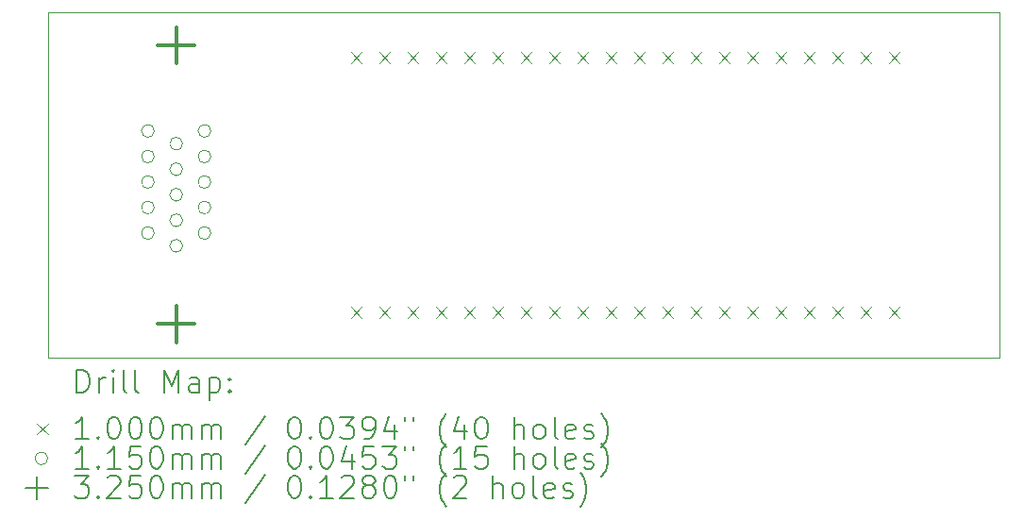
<source format=gbr>
%TF.GenerationSoftware,KiCad,Pcbnew,8.0.9-8.0.9-0~ubuntu20.04.1*%
%TF.CreationDate,2025-03-28T22:01:41+00:00*%
%TF.ProjectId,ggroohauga-amplifier,6767726f-6f68-4617-9567-612d616d706c,rev?*%
%TF.SameCoordinates,Original*%
%TF.FileFunction,Drillmap*%
%TF.FilePolarity,Positive*%
%FSLAX45Y45*%
G04 Gerber Fmt 4.5, Leading zero omitted, Abs format (unit mm)*
G04 Created by KiCad (PCBNEW 8.0.9-8.0.9-0~ubuntu20.04.1) date 2025-03-28 22:01:41*
%MOMM*%
%LPD*%
G01*
G04 APERTURE LIST*
%ADD10C,0.025400*%
%ADD11C,0.200000*%
%ADD12C,0.100000*%
%ADD13C,0.115000*%
%ADD14C,0.325000*%
G04 APERTURE END LIST*
D10*
X5387340Y-5049520D02*
X13921740Y-5049520D01*
X13921740Y-8148320D01*
X5387340Y-8148320D01*
X5387340Y-5049520D01*
D11*
D12*
X8103400Y-5411000D02*
X8203400Y-5511000D01*
X8203400Y-5411000D02*
X8103400Y-5511000D01*
X8103400Y-7697000D02*
X8203400Y-7797000D01*
X8203400Y-7697000D02*
X8103400Y-7797000D01*
X8357400Y-5411000D02*
X8457400Y-5511000D01*
X8457400Y-5411000D02*
X8357400Y-5511000D01*
X8357400Y-7697000D02*
X8457400Y-7797000D01*
X8457400Y-7697000D02*
X8357400Y-7797000D01*
X8611400Y-5411000D02*
X8711400Y-5511000D01*
X8711400Y-5411000D02*
X8611400Y-5511000D01*
X8611400Y-7697000D02*
X8711400Y-7797000D01*
X8711400Y-7697000D02*
X8611400Y-7797000D01*
X8865400Y-5411000D02*
X8965400Y-5511000D01*
X8965400Y-5411000D02*
X8865400Y-5511000D01*
X8865400Y-7697000D02*
X8965400Y-7797000D01*
X8965400Y-7697000D02*
X8865400Y-7797000D01*
X9119400Y-5411000D02*
X9219400Y-5511000D01*
X9219400Y-5411000D02*
X9119400Y-5511000D01*
X9119400Y-7697000D02*
X9219400Y-7797000D01*
X9219400Y-7697000D02*
X9119400Y-7797000D01*
X9373400Y-5411000D02*
X9473400Y-5511000D01*
X9473400Y-5411000D02*
X9373400Y-5511000D01*
X9373400Y-7697000D02*
X9473400Y-7797000D01*
X9473400Y-7697000D02*
X9373400Y-7797000D01*
X9627400Y-5411000D02*
X9727400Y-5511000D01*
X9727400Y-5411000D02*
X9627400Y-5511000D01*
X9627400Y-7697000D02*
X9727400Y-7797000D01*
X9727400Y-7697000D02*
X9627400Y-7797000D01*
X9881400Y-5411000D02*
X9981400Y-5511000D01*
X9981400Y-5411000D02*
X9881400Y-5511000D01*
X9881400Y-7697000D02*
X9981400Y-7797000D01*
X9981400Y-7697000D02*
X9881400Y-7797000D01*
X10135400Y-5411000D02*
X10235400Y-5511000D01*
X10235400Y-5411000D02*
X10135400Y-5511000D01*
X10135400Y-7697000D02*
X10235400Y-7797000D01*
X10235400Y-7697000D02*
X10135400Y-7797000D01*
X10389400Y-5411000D02*
X10489400Y-5511000D01*
X10489400Y-5411000D02*
X10389400Y-5511000D01*
X10389400Y-7697000D02*
X10489400Y-7797000D01*
X10489400Y-7697000D02*
X10389400Y-7797000D01*
X10643400Y-5411000D02*
X10743400Y-5511000D01*
X10743400Y-5411000D02*
X10643400Y-5511000D01*
X10643400Y-7697000D02*
X10743400Y-7797000D01*
X10743400Y-7697000D02*
X10643400Y-7797000D01*
X10897400Y-5411000D02*
X10997400Y-5511000D01*
X10997400Y-5411000D02*
X10897400Y-5511000D01*
X10897400Y-7697000D02*
X10997400Y-7797000D01*
X10997400Y-7697000D02*
X10897400Y-7797000D01*
X11151400Y-5411000D02*
X11251400Y-5511000D01*
X11251400Y-5411000D02*
X11151400Y-5511000D01*
X11151400Y-7697000D02*
X11251400Y-7797000D01*
X11251400Y-7697000D02*
X11151400Y-7797000D01*
X11405400Y-5411000D02*
X11505400Y-5511000D01*
X11505400Y-5411000D02*
X11405400Y-5511000D01*
X11405400Y-7697000D02*
X11505400Y-7797000D01*
X11505400Y-7697000D02*
X11405400Y-7797000D01*
X11659400Y-5411000D02*
X11759400Y-5511000D01*
X11759400Y-5411000D02*
X11659400Y-5511000D01*
X11659400Y-7697000D02*
X11759400Y-7797000D01*
X11759400Y-7697000D02*
X11659400Y-7797000D01*
X11913400Y-5411000D02*
X12013400Y-5511000D01*
X12013400Y-5411000D02*
X11913400Y-5511000D01*
X11913400Y-7697000D02*
X12013400Y-7797000D01*
X12013400Y-7697000D02*
X11913400Y-7797000D01*
X12167400Y-5411000D02*
X12267400Y-5511000D01*
X12267400Y-5411000D02*
X12167400Y-5511000D01*
X12167400Y-7697000D02*
X12267400Y-7797000D01*
X12267400Y-7697000D02*
X12167400Y-7797000D01*
X12421400Y-5411000D02*
X12521400Y-5511000D01*
X12521400Y-5411000D02*
X12421400Y-5511000D01*
X12421400Y-7697000D02*
X12521400Y-7797000D01*
X12521400Y-7697000D02*
X12421400Y-7797000D01*
X12675400Y-5411000D02*
X12775400Y-5511000D01*
X12775400Y-5411000D02*
X12675400Y-5511000D01*
X12675400Y-7697000D02*
X12775400Y-7797000D01*
X12775400Y-7697000D02*
X12675400Y-7797000D01*
X12929400Y-5411000D02*
X13029400Y-5511000D01*
X13029400Y-5411000D02*
X12929400Y-5511000D01*
X12929400Y-7697000D02*
X13029400Y-7797000D01*
X13029400Y-7697000D02*
X12929400Y-7797000D01*
D13*
X6341460Y-6115920D02*
G75*
G02*
X6226460Y-6115920I-57500J0D01*
G01*
X6226460Y-6115920D02*
G75*
G02*
X6341460Y-6115920I57500J0D01*
G01*
X6341460Y-6344920D02*
G75*
G02*
X6226460Y-6344920I-57500J0D01*
G01*
X6226460Y-6344920D02*
G75*
G02*
X6341460Y-6344920I57500J0D01*
G01*
X6341460Y-6573920D02*
G75*
G02*
X6226460Y-6573920I-57500J0D01*
G01*
X6226460Y-6573920D02*
G75*
G02*
X6341460Y-6573920I57500J0D01*
G01*
X6341460Y-6802920D02*
G75*
G02*
X6226460Y-6802920I-57500J0D01*
G01*
X6226460Y-6802920D02*
G75*
G02*
X6341460Y-6802920I57500J0D01*
G01*
X6341460Y-7031920D02*
G75*
G02*
X6226460Y-7031920I-57500J0D01*
G01*
X6226460Y-7031920D02*
G75*
G02*
X6341460Y-7031920I57500J0D01*
G01*
X6595460Y-6230420D02*
G75*
G02*
X6480460Y-6230420I-57500J0D01*
G01*
X6480460Y-6230420D02*
G75*
G02*
X6595460Y-6230420I57500J0D01*
G01*
X6595460Y-6459420D02*
G75*
G02*
X6480460Y-6459420I-57500J0D01*
G01*
X6480460Y-6459420D02*
G75*
G02*
X6595460Y-6459420I57500J0D01*
G01*
X6595460Y-6688420D02*
G75*
G02*
X6480460Y-6688420I-57500J0D01*
G01*
X6480460Y-6688420D02*
G75*
G02*
X6595460Y-6688420I57500J0D01*
G01*
X6595460Y-6917420D02*
G75*
G02*
X6480460Y-6917420I-57500J0D01*
G01*
X6480460Y-6917420D02*
G75*
G02*
X6595460Y-6917420I57500J0D01*
G01*
X6595460Y-7146420D02*
G75*
G02*
X6480460Y-7146420I-57500J0D01*
G01*
X6480460Y-7146420D02*
G75*
G02*
X6595460Y-7146420I57500J0D01*
G01*
X6849460Y-6115920D02*
G75*
G02*
X6734460Y-6115920I-57500J0D01*
G01*
X6734460Y-6115920D02*
G75*
G02*
X6849460Y-6115920I57500J0D01*
G01*
X6849460Y-6344920D02*
G75*
G02*
X6734460Y-6344920I-57500J0D01*
G01*
X6734460Y-6344920D02*
G75*
G02*
X6849460Y-6344920I57500J0D01*
G01*
X6849460Y-6573920D02*
G75*
G02*
X6734460Y-6573920I-57500J0D01*
G01*
X6734460Y-6573920D02*
G75*
G02*
X6849460Y-6573920I57500J0D01*
G01*
X6849460Y-6802920D02*
G75*
G02*
X6734460Y-6802920I-57500J0D01*
G01*
X6734460Y-6802920D02*
G75*
G02*
X6849460Y-6802920I57500J0D01*
G01*
X6849460Y-7031920D02*
G75*
G02*
X6734460Y-7031920I-57500J0D01*
G01*
X6734460Y-7031920D02*
G75*
G02*
X6849460Y-7031920I57500J0D01*
G01*
D14*
X6537960Y-5186920D02*
X6537960Y-5511920D01*
X6375460Y-5349420D02*
X6700460Y-5349420D01*
X6537960Y-7685920D02*
X6537960Y-8010920D01*
X6375460Y-7848420D02*
X6700460Y-7848420D01*
D11*
X5646847Y-8461074D02*
X5646847Y-8261074D01*
X5646847Y-8261074D02*
X5694466Y-8261074D01*
X5694466Y-8261074D02*
X5723037Y-8270598D01*
X5723037Y-8270598D02*
X5742085Y-8289645D01*
X5742085Y-8289645D02*
X5751609Y-8308693D01*
X5751609Y-8308693D02*
X5761132Y-8346788D01*
X5761132Y-8346788D02*
X5761132Y-8375359D01*
X5761132Y-8375359D02*
X5751609Y-8413455D01*
X5751609Y-8413455D02*
X5742085Y-8432502D01*
X5742085Y-8432502D02*
X5723037Y-8451550D01*
X5723037Y-8451550D02*
X5694466Y-8461074D01*
X5694466Y-8461074D02*
X5646847Y-8461074D01*
X5846847Y-8461074D02*
X5846847Y-8327740D01*
X5846847Y-8365836D02*
X5856371Y-8346788D01*
X5856371Y-8346788D02*
X5865894Y-8337264D01*
X5865894Y-8337264D02*
X5884942Y-8327740D01*
X5884942Y-8327740D02*
X5903990Y-8327740D01*
X5970656Y-8461074D02*
X5970656Y-8327740D01*
X5970656Y-8261074D02*
X5961132Y-8270598D01*
X5961132Y-8270598D02*
X5970656Y-8280121D01*
X5970656Y-8280121D02*
X5980180Y-8270598D01*
X5980180Y-8270598D02*
X5970656Y-8261074D01*
X5970656Y-8261074D02*
X5970656Y-8280121D01*
X6094466Y-8461074D02*
X6075418Y-8451550D01*
X6075418Y-8451550D02*
X6065894Y-8432502D01*
X6065894Y-8432502D02*
X6065894Y-8261074D01*
X6199228Y-8461074D02*
X6180180Y-8451550D01*
X6180180Y-8451550D02*
X6170656Y-8432502D01*
X6170656Y-8432502D02*
X6170656Y-8261074D01*
X6427799Y-8461074D02*
X6427799Y-8261074D01*
X6427799Y-8261074D02*
X6494466Y-8403931D01*
X6494466Y-8403931D02*
X6561132Y-8261074D01*
X6561132Y-8261074D02*
X6561132Y-8461074D01*
X6742085Y-8461074D02*
X6742085Y-8356312D01*
X6742085Y-8356312D02*
X6732561Y-8337264D01*
X6732561Y-8337264D02*
X6713513Y-8327740D01*
X6713513Y-8327740D02*
X6675418Y-8327740D01*
X6675418Y-8327740D02*
X6656371Y-8337264D01*
X6742085Y-8451550D02*
X6723037Y-8461074D01*
X6723037Y-8461074D02*
X6675418Y-8461074D01*
X6675418Y-8461074D02*
X6656371Y-8451550D01*
X6656371Y-8451550D02*
X6646847Y-8432502D01*
X6646847Y-8432502D02*
X6646847Y-8413455D01*
X6646847Y-8413455D02*
X6656371Y-8394407D01*
X6656371Y-8394407D02*
X6675418Y-8384883D01*
X6675418Y-8384883D02*
X6723037Y-8384883D01*
X6723037Y-8384883D02*
X6742085Y-8375359D01*
X6837323Y-8327740D02*
X6837323Y-8527740D01*
X6837323Y-8337264D02*
X6856371Y-8327740D01*
X6856371Y-8327740D02*
X6894466Y-8327740D01*
X6894466Y-8327740D02*
X6913513Y-8337264D01*
X6913513Y-8337264D02*
X6923037Y-8346788D01*
X6923037Y-8346788D02*
X6932561Y-8365836D01*
X6932561Y-8365836D02*
X6932561Y-8422979D01*
X6932561Y-8422979D02*
X6923037Y-8442026D01*
X6923037Y-8442026D02*
X6913513Y-8451550D01*
X6913513Y-8451550D02*
X6894466Y-8461074D01*
X6894466Y-8461074D02*
X6856371Y-8461074D01*
X6856371Y-8461074D02*
X6837323Y-8451550D01*
X7018275Y-8442026D02*
X7027799Y-8451550D01*
X7027799Y-8451550D02*
X7018275Y-8461074D01*
X7018275Y-8461074D02*
X7008752Y-8451550D01*
X7008752Y-8451550D02*
X7018275Y-8442026D01*
X7018275Y-8442026D02*
X7018275Y-8461074D01*
X7018275Y-8337264D02*
X7027799Y-8346788D01*
X7027799Y-8346788D02*
X7018275Y-8356312D01*
X7018275Y-8356312D02*
X7008752Y-8346788D01*
X7008752Y-8346788D02*
X7018275Y-8337264D01*
X7018275Y-8337264D02*
X7018275Y-8356312D01*
D12*
X5286070Y-8739590D02*
X5386070Y-8839590D01*
X5386070Y-8739590D02*
X5286070Y-8839590D01*
D11*
X5751609Y-8881074D02*
X5637323Y-8881074D01*
X5694466Y-8881074D02*
X5694466Y-8681074D01*
X5694466Y-8681074D02*
X5675418Y-8709645D01*
X5675418Y-8709645D02*
X5656371Y-8728693D01*
X5656371Y-8728693D02*
X5637323Y-8738217D01*
X5837323Y-8862026D02*
X5846847Y-8871550D01*
X5846847Y-8871550D02*
X5837323Y-8881074D01*
X5837323Y-8881074D02*
X5827799Y-8871550D01*
X5827799Y-8871550D02*
X5837323Y-8862026D01*
X5837323Y-8862026D02*
X5837323Y-8881074D01*
X5970656Y-8681074D02*
X5989704Y-8681074D01*
X5989704Y-8681074D02*
X6008752Y-8690598D01*
X6008752Y-8690598D02*
X6018275Y-8700121D01*
X6018275Y-8700121D02*
X6027799Y-8719169D01*
X6027799Y-8719169D02*
X6037323Y-8757264D01*
X6037323Y-8757264D02*
X6037323Y-8804883D01*
X6037323Y-8804883D02*
X6027799Y-8842979D01*
X6027799Y-8842979D02*
X6018275Y-8862026D01*
X6018275Y-8862026D02*
X6008752Y-8871550D01*
X6008752Y-8871550D02*
X5989704Y-8881074D01*
X5989704Y-8881074D02*
X5970656Y-8881074D01*
X5970656Y-8881074D02*
X5951609Y-8871550D01*
X5951609Y-8871550D02*
X5942085Y-8862026D01*
X5942085Y-8862026D02*
X5932561Y-8842979D01*
X5932561Y-8842979D02*
X5923037Y-8804883D01*
X5923037Y-8804883D02*
X5923037Y-8757264D01*
X5923037Y-8757264D02*
X5932561Y-8719169D01*
X5932561Y-8719169D02*
X5942085Y-8700121D01*
X5942085Y-8700121D02*
X5951609Y-8690598D01*
X5951609Y-8690598D02*
X5970656Y-8681074D01*
X6161132Y-8681074D02*
X6180180Y-8681074D01*
X6180180Y-8681074D02*
X6199228Y-8690598D01*
X6199228Y-8690598D02*
X6208752Y-8700121D01*
X6208752Y-8700121D02*
X6218275Y-8719169D01*
X6218275Y-8719169D02*
X6227799Y-8757264D01*
X6227799Y-8757264D02*
X6227799Y-8804883D01*
X6227799Y-8804883D02*
X6218275Y-8842979D01*
X6218275Y-8842979D02*
X6208752Y-8862026D01*
X6208752Y-8862026D02*
X6199228Y-8871550D01*
X6199228Y-8871550D02*
X6180180Y-8881074D01*
X6180180Y-8881074D02*
X6161132Y-8881074D01*
X6161132Y-8881074D02*
X6142085Y-8871550D01*
X6142085Y-8871550D02*
X6132561Y-8862026D01*
X6132561Y-8862026D02*
X6123037Y-8842979D01*
X6123037Y-8842979D02*
X6113513Y-8804883D01*
X6113513Y-8804883D02*
X6113513Y-8757264D01*
X6113513Y-8757264D02*
X6123037Y-8719169D01*
X6123037Y-8719169D02*
X6132561Y-8700121D01*
X6132561Y-8700121D02*
X6142085Y-8690598D01*
X6142085Y-8690598D02*
X6161132Y-8681074D01*
X6351609Y-8681074D02*
X6370656Y-8681074D01*
X6370656Y-8681074D02*
X6389704Y-8690598D01*
X6389704Y-8690598D02*
X6399228Y-8700121D01*
X6399228Y-8700121D02*
X6408752Y-8719169D01*
X6408752Y-8719169D02*
X6418275Y-8757264D01*
X6418275Y-8757264D02*
X6418275Y-8804883D01*
X6418275Y-8804883D02*
X6408752Y-8842979D01*
X6408752Y-8842979D02*
X6399228Y-8862026D01*
X6399228Y-8862026D02*
X6389704Y-8871550D01*
X6389704Y-8871550D02*
X6370656Y-8881074D01*
X6370656Y-8881074D02*
X6351609Y-8881074D01*
X6351609Y-8881074D02*
X6332561Y-8871550D01*
X6332561Y-8871550D02*
X6323037Y-8862026D01*
X6323037Y-8862026D02*
X6313513Y-8842979D01*
X6313513Y-8842979D02*
X6303990Y-8804883D01*
X6303990Y-8804883D02*
X6303990Y-8757264D01*
X6303990Y-8757264D02*
X6313513Y-8719169D01*
X6313513Y-8719169D02*
X6323037Y-8700121D01*
X6323037Y-8700121D02*
X6332561Y-8690598D01*
X6332561Y-8690598D02*
X6351609Y-8681074D01*
X6503990Y-8881074D02*
X6503990Y-8747740D01*
X6503990Y-8766788D02*
X6513513Y-8757264D01*
X6513513Y-8757264D02*
X6532561Y-8747740D01*
X6532561Y-8747740D02*
X6561133Y-8747740D01*
X6561133Y-8747740D02*
X6580180Y-8757264D01*
X6580180Y-8757264D02*
X6589704Y-8776312D01*
X6589704Y-8776312D02*
X6589704Y-8881074D01*
X6589704Y-8776312D02*
X6599228Y-8757264D01*
X6599228Y-8757264D02*
X6618275Y-8747740D01*
X6618275Y-8747740D02*
X6646847Y-8747740D01*
X6646847Y-8747740D02*
X6665894Y-8757264D01*
X6665894Y-8757264D02*
X6675418Y-8776312D01*
X6675418Y-8776312D02*
X6675418Y-8881074D01*
X6770656Y-8881074D02*
X6770656Y-8747740D01*
X6770656Y-8766788D02*
X6780180Y-8757264D01*
X6780180Y-8757264D02*
X6799228Y-8747740D01*
X6799228Y-8747740D02*
X6827799Y-8747740D01*
X6827799Y-8747740D02*
X6846847Y-8757264D01*
X6846847Y-8757264D02*
X6856371Y-8776312D01*
X6856371Y-8776312D02*
X6856371Y-8881074D01*
X6856371Y-8776312D02*
X6865894Y-8757264D01*
X6865894Y-8757264D02*
X6884942Y-8747740D01*
X6884942Y-8747740D02*
X6913513Y-8747740D01*
X6913513Y-8747740D02*
X6932561Y-8757264D01*
X6932561Y-8757264D02*
X6942085Y-8776312D01*
X6942085Y-8776312D02*
X6942085Y-8881074D01*
X7332561Y-8671550D02*
X7161133Y-8928693D01*
X7589704Y-8681074D02*
X7608752Y-8681074D01*
X7608752Y-8681074D02*
X7627799Y-8690598D01*
X7627799Y-8690598D02*
X7637323Y-8700121D01*
X7637323Y-8700121D02*
X7646847Y-8719169D01*
X7646847Y-8719169D02*
X7656371Y-8757264D01*
X7656371Y-8757264D02*
X7656371Y-8804883D01*
X7656371Y-8804883D02*
X7646847Y-8842979D01*
X7646847Y-8842979D02*
X7637323Y-8862026D01*
X7637323Y-8862026D02*
X7627799Y-8871550D01*
X7627799Y-8871550D02*
X7608752Y-8881074D01*
X7608752Y-8881074D02*
X7589704Y-8881074D01*
X7589704Y-8881074D02*
X7570656Y-8871550D01*
X7570656Y-8871550D02*
X7561133Y-8862026D01*
X7561133Y-8862026D02*
X7551609Y-8842979D01*
X7551609Y-8842979D02*
X7542085Y-8804883D01*
X7542085Y-8804883D02*
X7542085Y-8757264D01*
X7542085Y-8757264D02*
X7551609Y-8719169D01*
X7551609Y-8719169D02*
X7561133Y-8700121D01*
X7561133Y-8700121D02*
X7570656Y-8690598D01*
X7570656Y-8690598D02*
X7589704Y-8681074D01*
X7742085Y-8862026D02*
X7751609Y-8871550D01*
X7751609Y-8871550D02*
X7742085Y-8881074D01*
X7742085Y-8881074D02*
X7732561Y-8871550D01*
X7732561Y-8871550D02*
X7742085Y-8862026D01*
X7742085Y-8862026D02*
X7742085Y-8881074D01*
X7875418Y-8681074D02*
X7894466Y-8681074D01*
X7894466Y-8681074D02*
X7913514Y-8690598D01*
X7913514Y-8690598D02*
X7923037Y-8700121D01*
X7923037Y-8700121D02*
X7932561Y-8719169D01*
X7932561Y-8719169D02*
X7942085Y-8757264D01*
X7942085Y-8757264D02*
X7942085Y-8804883D01*
X7942085Y-8804883D02*
X7932561Y-8842979D01*
X7932561Y-8842979D02*
X7923037Y-8862026D01*
X7923037Y-8862026D02*
X7913514Y-8871550D01*
X7913514Y-8871550D02*
X7894466Y-8881074D01*
X7894466Y-8881074D02*
X7875418Y-8881074D01*
X7875418Y-8881074D02*
X7856371Y-8871550D01*
X7856371Y-8871550D02*
X7846847Y-8862026D01*
X7846847Y-8862026D02*
X7837323Y-8842979D01*
X7837323Y-8842979D02*
X7827799Y-8804883D01*
X7827799Y-8804883D02*
X7827799Y-8757264D01*
X7827799Y-8757264D02*
X7837323Y-8719169D01*
X7837323Y-8719169D02*
X7846847Y-8700121D01*
X7846847Y-8700121D02*
X7856371Y-8690598D01*
X7856371Y-8690598D02*
X7875418Y-8681074D01*
X8008752Y-8681074D02*
X8132561Y-8681074D01*
X8132561Y-8681074D02*
X8065895Y-8757264D01*
X8065895Y-8757264D02*
X8094466Y-8757264D01*
X8094466Y-8757264D02*
X8113514Y-8766788D01*
X8113514Y-8766788D02*
X8123037Y-8776312D01*
X8123037Y-8776312D02*
X8132561Y-8795360D01*
X8132561Y-8795360D02*
X8132561Y-8842979D01*
X8132561Y-8842979D02*
X8123037Y-8862026D01*
X8123037Y-8862026D02*
X8113514Y-8871550D01*
X8113514Y-8871550D02*
X8094466Y-8881074D01*
X8094466Y-8881074D02*
X8037323Y-8881074D01*
X8037323Y-8881074D02*
X8018276Y-8871550D01*
X8018276Y-8871550D02*
X8008752Y-8862026D01*
X8227799Y-8881074D02*
X8265895Y-8881074D01*
X8265895Y-8881074D02*
X8284942Y-8871550D01*
X8284942Y-8871550D02*
X8294466Y-8862026D01*
X8294466Y-8862026D02*
X8313514Y-8833455D01*
X8313514Y-8833455D02*
X8323037Y-8795360D01*
X8323037Y-8795360D02*
X8323037Y-8719169D01*
X8323037Y-8719169D02*
X8313514Y-8700121D01*
X8313514Y-8700121D02*
X8303990Y-8690598D01*
X8303990Y-8690598D02*
X8284942Y-8681074D01*
X8284942Y-8681074D02*
X8246847Y-8681074D01*
X8246847Y-8681074D02*
X8227799Y-8690598D01*
X8227799Y-8690598D02*
X8218276Y-8700121D01*
X8218276Y-8700121D02*
X8208752Y-8719169D01*
X8208752Y-8719169D02*
X8208752Y-8766788D01*
X8208752Y-8766788D02*
X8218276Y-8785836D01*
X8218276Y-8785836D02*
X8227799Y-8795360D01*
X8227799Y-8795360D02*
X8246847Y-8804883D01*
X8246847Y-8804883D02*
X8284942Y-8804883D01*
X8284942Y-8804883D02*
X8303990Y-8795360D01*
X8303990Y-8795360D02*
X8313514Y-8785836D01*
X8313514Y-8785836D02*
X8323037Y-8766788D01*
X8494466Y-8747740D02*
X8494466Y-8881074D01*
X8446847Y-8671550D02*
X8399228Y-8814407D01*
X8399228Y-8814407D02*
X8523038Y-8814407D01*
X8589704Y-8681074D02*
X8589704Y-8719169D01*
X8665895Y-8681074D02*
X8665895Y-8719169D01*
X8961133Y-8957264D02*
X8951609Y-8947740D01*
X8951609Y-8947740D02*
X8932561Y-8919169D01*
X8932561Y-8919169D02*
X8923038Y-8900121D01*
X8923038Y-8900121D02*
X8913514Y-8871550D01*
X8913514Y-8871550D02*
X8903990Y-8823931D01*
X8903990Y-8823931D02*
X8903990Y-8785836D01*
X8903990Y-8785836D02*
X8913514Y-8738217D01*
X8913514Y-8738217D02*
X8923038Y-8709645D01*
X8923038Y-8709645D02*
X8932561Y-8690598D01*
X8932561Y-8690598D02*
X8951609Y-8662026D01*
X8951609Y-8662026D02*
X8961133Y-8652502D01*
X9123038Y-8747740D02*
X9123038Y-8881074D01*
X9075419Y-8671550D02*
X9027800Y-8814407D01*
X9027800Y-8814407D02*
X9151609Y-8814407D01*
X9265895Y-8681074D02*
X9284942Y-8681074D01*
X9284942Y-8681074D02*
X9303990Y-8690598D01*
X9303990Y-8690598D02*
X9313514Y-8700121D01*
X9313514Y-8700121D02*
X9323038Y-8719169D01*
X9323038Y-8719169D02*
X9332561Y-8757264D01*
X9332561Y-8757264D02*
X9332561Y-8804883D01*
X9332561Y-8804883D02*
X9323038Y-8842979D01*
X9323038Y-8842979D02*
X9313514Y-8862026D01*
X9313514Y-8862026D02*
X9303990Y-8871550D01*
X9303990Y-8871550D02*
X9284942Y-8881074D01*
X9284942Y-8881074D02*
X9265895Y-8881074D01*
X9265895Y-8881074D02*
X9246847Y-8871550D01*
X9246847Y-8871550D02*
X9237323Y-8862026D01*
X9237323Y-8862026D02*
X9227800Y-8842979D01*
X9227800Y-8842979D02*
X9218276Y-8804883D01*
X9218276Y-8804883D02*
X9218276Y-8757264D01*
X9218276Y-8757264D02*
X9227800Y-8719169D01*
X9227800Y-8719169D02*
X9237323Y-8700121D01*
X9237323Y-8700121D02*
X9246847Y-8690598D01*
X9246847Y-8690598D02*
X9265895Y-8681074D01*
X9570657Y-8881074D02*
X9570657Y-8681074D01*
X9656371Y-8881074D02*
X9656371Y-8776312D01*
X9656371Y-8776312D02*
X9646847Y-8757264D01*
X9646847Y-8757264D02*
X9627800Y-8747740D01*
X9627800Y-8747740D02*
X9599228Y-8747740D01*
X9599228Y-8747740D02*
X9580181Y-8757264D01*
X9580181Y-8757264D02*
X9570657Y-8766788D01*
X9780181Y-8881074D02*
X9761133Y-8871550D01*
X9761133Y-8871550D02*
X9751609Y-8862026D01*
X9751609Y-8862026D02*
X9742085Y-8842979D01*
X9742085Y-8842979D02*
X9742085Y-8785836D01*
X9742085Y-8785836D02*
X9751609Y-8766788D01*
X9751609Y-8766788D02*
X9761133Y-8757264D01*
X9761133Y-8757264D02*
X9780181Y-8747740D01*
X9780181Y-8747740D02*
X9808752Y-8747740D01*
X9808752Y-8747740D02*
X9827800Y-8757264D01*
X9827800Y-8757264D02*
X9837323Y-8766788D01*
X9837323Y-8766788D02*
X9846847Y-8785836D01*
X9846847Y-8785836D02*
X9846847Y-8842979D01*
X9846847Y-8842979D02*
X9837323Y-8862026D01*
X9837323Y-8862026D02*
X9827800Y-8871550D01*
X9827800Y-8871550D02*
X9808752Y-8881074D01*
X9808752Y-8881074D02*
X9780181Y-8881074D01*
X9961133Y-8881074D02*
X9942085Y-8871550D01*
X9942085Y-8871550D02*
X9932562Y-8852502D01*
X9932562Y-8852502D02*
X9932562Y-8681074D01*
X10113514Y-8871550D02*
X10094466Y-8881074D01*
X10094466Y-8881074D02*
X10056371Y-8881074D01*
X10056371Y-8881074D02*
X10037323Y-8871550D01*
X10037323Y-8871550D02*
X10027800Y-8852502D01*
X10027800Y-8852502D02*
X10027800Y-8776312D01*
X10027800Y-8776312D02*
X10037323Y-8757264D01*
X10037323Y-8757264D02*
X10056371Y-8747740D01*
X10056371Y-8747740D02*
X10094466Y-8747740D01*
X10094466Y-8747740D02*
X10113514Y-8757264D01*
X10113514Y-8757264D02*
X10123038Y-8776312D01*
X10123038Y-8776312D02*
X10123038Y-8795360D01*
X10123038Y-8795360D02*
X10027800Y-8814407D01*
X10199228Y-8871550D02*
X10218276Y-8881074D01*
X10218276Y-8881074D02*
X10256371Y-8881074D01*
X10256371Y-8881074D02*
X10275419Y-8871550D01*
X10275419Y-8871550D02*
X10284943Y-8852502D01*
X10284943Y-8852502D02*
X10284943Y-8842979D01*
X10284943Y-8842979D02*
X10275419Y-8823931D01*
X10275419Y-8823931D02*
X10256371Y-8814407D01*
X10256371Y-8814407D02*
X10227800Y-8814407D01*
X10227800Y-8814407D02*
X10208752Y-8804883D01*
X10208752Y-8804883D02*
X10199228Y-8785836D01*
X10199228Y-8785836D02*
X10199228Y-8776312D01*
X10199228Y-8776312D02*
X10208752Y-8757264D01*
X10208752Y-8757264D02*
X10227800Y-8747740D01*
X10227800Y-8747740D02*
X10256371Y-8747740D01*
X10256371Y-8747740D02*
X10275419Y-8757264D01*
X10351609Y-8957264D02*
X10361133Y-8947740D01*
X10361133Y-8947740D02*
X10380181Y-8919169D01*
X10380181Y-8919169D02*
X10389704Y-8900121D01*
X10389704Y-8900121D02*
X10399228Y-8871550D01*
X10399228Y-8871550D02*
X10408752Y-8823931D01*
X10408752Y-8823931D02*
X10408752Y-8785836D01*
X10408752Y-8785836D02*
X10399228Y-8738217D01*
X10399228Y-8738217D02*
X10389704Y-8709645D01*
X10389704Y-8709645D02*
X10380181Y-8690598D01*
X10380181Y-8690598D02*
X10361133Y-8662026D01*
X10361133Y-8662026D02*
X10351609Y-8652502D01*
D13*
X5386070Y-9053590D02*
G75*
G02*
X5271070Y-9053590I-57500J0D01*
G01*
X5271070Y-9053590D02*
G75*
G02*
X5386070Y-9053590I57500J0D01*
G01*
D11*
X5751609Y-9145074D02*
X5637323Y-9145074D01*
X5694466Y-9145074D02*
X5694466Y-8945074D01*
X5694466Y-8945074D02*
X5675418Y-8973645D01*
X5675418Y-8973645D02*
X5656371Y-8992693D01*
X5656371Y-8992693D02*
X5637323Y-9002217D01*
X5837323Y-9126026D02*
X5846847Y-9135550D01*
X5846847Y-9135550D02*
X5837323Y-9145074D01*
X5837323Y-9145074D02*
X5827799Y-9135550D01*
X5827799Y-9135550D02*
X5837323Y-9126026D01*
X5837323Y-9126026D02*
X5837323Y-9145074D01*
X6037323Y-9145074D02*
X5923037Y-9145074D01*
X5980180Y-9145074D02*
X5980180Y-8945074D01*
X5980180Y-8945074D02*
X5961132Y-8973645D01*
X5961132Y-8973645D02*
X5942085Y-8992693D01*
X5942085Y-8992693D02*
X5923037Y-9002217D01*
X6218275Y-8945074D02*
X6123037Y-8945074D01*
X6123037Y-8945074D02*
X6113513Y-9040312D01*
X6113513Y-9040312D02*
X6123037Y-9030788D01*
X6123037Y-9030788D02*
X6142085Y-9021264D01*
X6142085Y-9021264D02*
X6189704Y-9021264D01*
X6189704Y-9021264D02*
X6208752Y-9030788D01*
X6208752Y-9030788D02*
X6218275Y-9040312D01*
X6218275Y-9040312D02*
X6227799Y-9059360D01*
X6227799Y-9059360D02*
X6227799Y-9106979D01*
X6227799Y-9106979D02*
X6218275Y-9126026D01*
X6218275Y-9126026D02*
X6208752Y-9135550D01*
X6208752Y-9135550D02*
X6189704Y-9145074D01*
X6189704Y-9145074D02*
X6142085Y-9145074D01*
X6142085Y-9145074D02*
X6123037Y-9135550D01*
X6123037Y-9135550D02*
X6113513Y-9126026D01*
X6351609Y-8945074D02*
X6370656Y-8945074D01*
X6370656Y-8945074D02*
X6389704Y-8954598D01*
X6389704Y-8954598D02*
X6399228Y-8964121D01*
X6399228Y-8964121D02*
X6408752Y-8983169D01*
X6408752Y-8983169D02*
X6418275Y-9021264D01*
X6418275Y-9021264D02*
X6418275Y-9068883D01*
X6418275Y-9068883D02*
X6408752Y-9106979D01*
X6408752Y-9106979D02*
X6399228Y-9126026D01*
X6399228Y-9126026D02*
X6389704Y-9135550D01*
X6389704Y-9135550D02*
X6370656Y-9145074D01*
X6370656Y-9145074D02*
X6351609Y-9145074D01*
X6351609Y-9145074D02*
X6332561Y-9135550D01*
X6332561Y-9135550D02*
X6323037Y-9126026D01*
X6323037Y-9126026D02*
X6313513Y-9106979D01*
X6313513Y-9106979D02*
X6303990Y-9068883D01*
X6303990Y-9068883D02*
X6303990Y-9021264D01*
X6303990Y-9021264D02*
X6313513Y-8983169D01*
X6313513Y-8983169D02*
X6323037Y-8964121D01*
X6323037Y-8964121D02*
X6332561Y-8954598D01*
X6332561Y-8954598D02*
X6351609Y-8945074D01*
X6503990Y-9145074D02*
X6503990Y-9011740D01*
X6503990Y-9030788D02*
X6513513Y-9021264D01*
X6513513Y-9021264D02*
X6532561Y-9011740D01*
X6532561Y-9011740D02*
X6561133Y-9011740D01*
X6561133Y-9011740D02*
X6580180Y-9021264D01*
X6580180Y-9021264D02*
X6589704Y-9040312D01*
X6589704Y-9040312D02*
X6589704Y-9145074D01*
X6589704Y-9040312D02*
X6599228Y-9021264D01*
X6599228Y-9021264D02*
X6618275Y-9011740D01*
X6618275Y-9011740D02*
X6646847Y-9011740D01*
X6646847Y-9011740D02*
X6665894Y-9021264D01*
X6665894Y-9021264D02*
X6675418Y-9040312D01*
X6675418Y-9040312D02*
X6675418Y-9145074D01*
X6770656Y-9145074D02*
X6770656Y-9011740D01*
X6770656Y-9030788D02*
X6780180Y-9021264D01*
X6780180Y-9021264D02*
X6799228Y-9011740D01*
X6799228Y-9011740D02*
X6827799Y-9011740D01*
X6827799Y-9011740D02*
X6846847Y-9021264D01*
X6846847Y-9021264D02*
X6856371Y-9040312D01*
X6856371Y-9040312D02*
X6856371Y-9145074D01*
X6856371Y-9040312D02*
X6865894Y-9021264D01*
X6865894Y-9021264D02*
X6884942Y-9011740D01*
X6884942Y-9011740D02*
X6913513Y-9011740D01*
X6913513Y-9011740D02*
X6932561Y-9021264D01*
X6932561Y-9021264D02*
X6942085Y-9040312D01*
X6942085Y-9040312D02*
X6942085Y-9145074D01*
X7332561Y-8935550D02*
X7161133Y-9192693D01*
X7589704Y-8945074D02*
X7608752Y-8945074D01*
X7608752Y-8945074D02*
X7627799Y-8954598D01*
X7627799Y-8954598D02*
X7637323Y-8964121D01*
X7637323Y-8964121D02*
X7646847Y-8983169D01*
X7646847Y-8983169D02*
X7656371Y-9021264D01*
X7656371Y-9021264D02*
X7656371Y-9068883D01*
X7656371Y-9068883D02*
X7646847Y-9106979D01*
X7646847Y-9106979D02*
X7637323Y-9126026D01*
X7637323Y-9126026D02*
X7627799Y-9135550D01*
X7627799Y-9135550D02*
X7608752Y-9145074D01*
X7608752Y-9145074D02*
X7589704Y-9145074D01*
X7589704Y-9145074D02*
X7570656Y-9135550D01*
X7570656Y-9135550D02*
X7561133Y-9126026D01*
X7561133Y-9126026D02*
X7551609Y-9106979D01*
X7551609Y-9106979D02*
X7542085Y-9068883D01*
X7542085Y-9068883D02*
X7542085Y-9021264D01*
X7542085Y-9021264D02*
X7551609Y-8983169D01*
X7551609Y-8983169D02*
X7561133Y-8964121D01*
X7561133Y-8964121D02*
X7570656Y-8954598D01*
X7570656Y-8954598D02*
X7589704Y-8945074D01*
X7742085Y-9126026D02*
X7751609Y-9135550D01*
X7751609Y-9135550D02*
X7742085Y-9145074D01*
X7742085Y-9145074D02*
X7732561Y-9135550D01*
X7732561Y-9135550D02*
X7742085Y-9126026D01*
X7742085Y-9126026D02*
X7742085Y-9145074D01*
X7875418Y-8945074D02*
X7894466Y-8945074D01*
X7894466Y-8945074D02*
X7913514Y-8954598D01*
X7913514Y-8954598D02*
X7923037Y-8964121D01*
X7923037Y-8964121D02*
X7932561Y-8983169D01*
X7932561Y-8983169D02*
X7942085Y-9021264D01*
X7942085Y-9021264D02*
X7942085Y-9068883D01*
X7942085Y-9068883D02*
X7932561Y-9106979D01*
X7932561Y-9106979D02*
X7923037Y-9126026D01*
X7923037Y-9126026D02*
X7913514Y-9135550D01*
X7913514Y-9135550D02*
X7894466Y-9145074D01*
X7894466Y-9145074D02*
X7875418Y-9145074D01*
X7875418Y-9145074D02*
X7856371Y-9135550D01*
X7856371Y-9135550D02*
X7846847Y-9126026D01*
X7846847Y-9126026D02*
X7837323Y-9106979D01*
X7837323Y-9106979D02*
X7827799Y-9068883D01*
X7827799Y-9068883D02*
X7827799Y-9021264D01*
X7827799Y-9021264D02*
X7837323Y-8983169D01*
X7837323Y-8983169D02*
X7846847Y-8964121D01*
X7846847Y-8964121D02*
X7856371Y-8954598D01*
X7856371Y-8954598D02*
X7875418Y-8945074D01*
X8113514Y-9011740D02*
X8113514Y-9145074D01*
X8065895Y-8935550D02*
X8018276Y-9078407D01*
X8018276Y-9078407D02*
X8142085Y-9078407D01*
X8313514Y-8945074D02*
X8218276Y-8945074D01*
X8218276Y-8945074D02*
X8208752Y-9040312D01*
X8208752Y-9040312D02*
X8218276Y-9030788D01*
X8218276Y-9030788D02*
X8237323Y-9021264D01*
X8237323Y-9021264D02*
X8284942Y-9021264D01*
X8284942Y-9021264D02*
X8303990Y-9030788D01*
X8303990Y-9030788D02*
X8313514Y-9040312D01*
X8313514Y-9040312D02*
X8323037Y-9059360D01*
X8323037Y-9059360D02*
X8323037Y-9106979D01*
X8323037Y-9106979D02*
X8313514Y-9126026D01*
X8313514Y-9126026D02*
X8303990Y-9135550D01*
X8303990Y-9135550D02*
X8284942Y-9145074D01*
X8284942Y-9145074D02*
X8237323Y-9145074D01*
X8237323Y-9145074D02*
X8218276Y-9135550D01*
X8218276Y-9135550D02*
X8208752Y-9126026D01*
X8389704Y-8945074D02*
X8513514Y-8945074D01*
X8513514Y-8945074D02*
X8446847Y-9021264D01*
X8446847Y-9021264D02*
X8475419Y-9021264D01*
X8475419Y-9021264D02*
X8494466Y-9030788D01*
X8494466Y-9030788D02*
X8503990Y-9040312D01*
X8503990Y-9040312D02*
X8513514Y-9059360D01*
X8513514Y-9059360D02*
X8513514Y-9106979D01*
X8513514Y-9106979D02*
X8503990Y-9126026D01*
X8503990Y-9126026D02*
X8494466Y-9135550D01*
X8494466Y-9135550D02*
X8475419Y-9145074D01*
X8475419Y-9145074D02*
X8418276Y-9145074D01*
X8418276Y-9145074D02*
X8399228Y-9135550D01*
X8399228Y-9135550D02*
X8389704Y-9126026D01*
X8589704Y-8945074D02*
X8589704Y-8983169D01*
X8665895Y-8945074D02*
X8665895Y-8983169D01*
X8961133Y-9221264D02*
X8951609Y-9211740D01*
X8951609Y-9211740D02*
X8932561Y-9183169D01*
X8932561Y-9183169D02*
X8923038Y-9164121D01*
X8923038Y-9164121D02*
X8913514Y-9135550D01*
X8913514Y-9135550D02*
X8903990Y-9087931D01*
X8903990Y-9087931D02*
X8903990Y-9049836D01*
X8903990Y-9049836D02*
X8913514Y-9002217D01*
X8913514Y-9002217D02*
X8923038Y-8973645D01*
X8923038Y-8973645D02*
X8932561Y-8954598D01*
X8932561Y-8954598D02*
X8951609Y-8926026D01*
X8951609Y-8926026D02*
X8961133Y-8916502D01*
X9142085Y-9145074D02*
X9027800Y-9145074D01*
X9084942Y-9145074D02*
X9084942Y-8945074D01*
X9084942Y-8945074D02*
X9065895Y-8973645D01*
X9065895Y-8973645D02*
X9046847Y-8992693D01*
X9046847Y-8992693D02*
X9027800Y-9002217D01*
X9323038Y-8945074D02*
X9227800Y-8945074D01*
X9227800Y-8945074D02*
X9218276Y-9040312D01*
X9218276Y-9040312D02*
X9227800Y-9030788D01*
X9227800Y-9030788D02*
X9246847Y-9021264D01*
X9246847Y-9021264D02*
X9294466Y-9021264D01*
X9294466Y-9021264D02*
X9313514Y-9030788D01*
X9313514Y-9030788D02*
X9323038Y-9040312D01*
X9323038Y-9040312D02*
X9332561Y-9059360D01*
X9332561Y-9059360D02*
X9332561Y-9106979D01*
X9332561Y-9106979D02*
X9323038Y-9126026D01*
X9323038Y-9126026D02*
X9313514Y-9135550D01*
X9313514Y-9135550D02*
X9294466Y-9145074D01*
X9294466Y-9145074D02*
X9246847Y-9145074D01*
X9246847Y-9145074D02*
X9227800Y-9135550D01*
X9227800Y-9135550D02*
X9218276Y-9126026D01*
X9570657Y-9145074D02*
X9570657Y-8945074D01*
X9656371Y-9145074D02*
X9656371Y-9040312D01*
X9656371Y-9040312D02*
X9646847Y-9021264D01*
X9646847Y-9021264D02*
X9627800Y-9011740D01*
X9627800Y-9011740D02*
X9599228Y-9011740D01*
X9599228Y-9011740D02*
X9580181Y-9021264D01*
X9580181Y-9021264D02*
X9570657Y-9030788D01*
X9780181Y-9145074D02*
X9761133Y-9135550D01*
X9761133Y-9135550D02*
X9751609Y-9126026D01*
X9751609Y-9126026D02*
X9742085Y-9106979D01*
X9742085Y-9106979D02*
X9742085Y-9049836D01*
X9742085Y-9049836D02*
X9751609Y-9030788D01*
X9751609Y-9030788D02*
X9761133Y-9021264D01*
X9761133Y-9021264D02*
X9780181Y-9011740D01*
X9780181Y-9011740D02*
X9808752Y-9011740D01*
X9808752Y-9011740D02*
X9827800Y-9021264D01*
X9827800Y-9021264D02*
X9837323Y-9030788D01*
X9837323Y-9030788D02*
X9846847Y-9049836D01*
X9846847Y-9049836D02*
X9846847Y-9106979D01*
X9846847Y-9106979D02*
X9837323Y-9126026D01*
X9837323Y-9126026D02*
X9827800Y-9135550D01*
X9827800Y-9135550D02*
X9808752Y-9145074D01*
X9808752Y-9145074D02*
X9780181Y-9145074D01*
X9961133Y-9145074D02*
X9942085Y-9135550D01*
X9942085Y-9135550D02*
X9932562Y-9116502D01*
X9932562Y-9116502D02*
X9932562Y-8945074D01*
X10113514Y-9135550D02*
X10094466Y-9145074D01*
X10094466Y-9145074D02*
X10056371Y-9145074D01*
X10056371Y-9145074D02*
X10037323Y-9135550D01*
X10037323Y-9135550D02*
X10027800Y-9116502D01*
X10027800Y-9116502D02*
X10027800Y-9040312D01*
X10027800Y-9040312D02*
X10037323Y-9021264D01*
X10037323Y-9021264D02*
X10056371Y-9011740D01*
X10056371Y-9011740D02*
X10094466Y-9011740D01*
X10094466Y-9011740D02*
X10113514Y-9021264D01*
X10113514Y-9021264D02*
X10123038Y-9040312D01*
X10123038Y-9040312D02*
X10123038Y-9059360D01*
X10123038Y-9059360D02*
X10027800Y-9078407D01*
X10199228Y-9135550D02*
X10218276Y-9145074D01*
X10218276Y-9145074D02*
X10256371Y-9145074D01*
X10256371Y-9145074D02*
X10275419Y-9135550D01*
X10275419Y-9135550D02*
X10284943Y-9116502D01*
X10284943Y-9116502D02*
X10284943Y-9106979D01*
X10284943Y-9106979D02*
X10275419Y-9087931D01*
X10275419Y-9087931D02*
X10256371Y-9078407D01*
X10256371Y-9078407D02*
X10227800Y-9078407D01*
X10227800Y-9078407D02*
X10208752Y-9068883D01*
X10208752Y-9068883D02*
X10199228Y-9049836D01*
X10199228Y-9049836D02*
X10199228Y-9040312D01*
X10199228Y-9040312D02*
X10208752Y-9021264D01*
X10208752Y-9021264D02*
X10227800Y-9011740D01*
X10227800Y-9011740D02*
X10256371Y-9011740D01*
X10256371Y-9011740D02*
X10275419Y-9021264D01*
X10351609Y-9221264D02*
X10361133Y-9211740D01*
X10361133Y-9211740D02*
X10380181Y-9183169D01*
X10380181Y-9183169D02*
X10389704Y-9164121D01*
X10389704Y-9164121D02*
X10399228Y-9135550D01*
X10399228Y-9135550D02*
X10408752Y-9087931D01*
X10408752Y-9087931D02*
X10408752Y-9049836D01*
X10408752Y-9049836D02*
X10399228Y-9002217D01*
X10399228Y-9002217D02*
X10389704Y-8973645D01*
X10389704Y-8973645D02*
X10380181Y-8954598D01*
X10380181Y-8954598D02*
X10361133Y-8926026D01*
X10361133Y-8926026D02*
X10351609Y-8916502D01*
X5286070Y-9217590D02*
X5286070Y-9417590D01*
X5186070Y-9317590D02*
X5386070Y-9317590D01*
X5627799Y-9209074D02*
X5751609Y-9209074D01*
X5751609Y-9209074D02*
X5684942Y-9285264D01*
X5684942Y-9285264D02*
X5713513Y-9285264D01*
X5713513Y-9285264D02*
X5732561Y-9294788D01*
X5732561Y-9294788D02*
X5742085Y-9304312D01*
X5742085Y-9304312D02*
X5751609Y-9323360D01*
X5751609Y-9323360D02*
X5751609Y-9370979D01*
X5751609Y-9370979D02*
X5742085Y-9390026D01*
X5742085Y-9390026D02*
X5732561Y-9399550D01*
X5732561Y-9399550D02*
X5713513Y-9409074D01*
X5713513Y-9409074D02*
X5656371Y-9409074D01*
X5656371Y-9409074D02*
X5637323Y-9399550D01*
X5637323Y-9399550D02*
X5627799Y-9390026D01*
X5837323Y-9390026D02*
X5846847Y-9399550D01*
X5846847Y-9399550D02*
X5837323Y-9409074D01*
X5837323Y-9409074D02*
X5827799Y-9399550D01*
X5827799Y-9399550D02*
X5837323Y-9390026D01*
X5837323Y-9390026D02*
X5837323Y-9409074D01*
X5923037Y-9228121D02*
X5932561Y-9218598D01*
X5932561Y-9218598D02*
X5951609Y-9209074D01*
X5951609Y-9209074D02*
X5999228Y-9209074D01*
X5999228Y-9209074D02*
X6018275Y-9218598D01*
X6018275Y-9218598D02*
X6027799Y-9228121D01*
X6027799Y-9228121D02*
X6037323Y-9247169D01*
X6037323Y-9247169D02*
X6037323Y-9266217D01*
X6037323Y-9266217D02*
X6027799Y-9294788D01*
X6027799Y-9294788D02*
X5913513Y-9409074D01*
X5913513Y-9409074D02*
X6037323Y-9409074D01*
X6218275Y-9209074D02*
X6123037Y-9209074D01*
X6123037Y-9209074D02*
X6113513Y-9304312D01*
X6113513Y-9304312D02*
X6123037Y-9294788D01*
X6123037Y-9294788D02*
X6142085Y-9285264D01*
X6142085Y-9285264D02*
X6189704Y-9285264D01*
X6189704Y-9285264D02*
X6208752Y-9294788D01*
X6208752Y-9294788D02*
X6218275Y-9304312D01*
X6218275Y-9304312D02*
X6227799Y-9323360D01*
X6227799Y-9323360D02*
X6227799Y-9370979D01*
X6227799Y-9370979D02*
X6218275Y-9390026D01*
X6218275Y-9390026D02*
X6208752Y-9399550D01*
X6208752Y-9399550D02*
X6189704Y-9409074D01*
X6189704Y-9409074D02*
X6142085Y-9409074D01*
X6142085Y-9409074D02*
X6123037Y-9399550D01*
X6123037Y-9399550D02*
X6113513Y-9390026D01*
X6351609Y-9209074D02*
X6370656Y-9209074D01*
X6370656Y-9209074D02*
X6389704Y-9218598D01*
X6389704Y-9218598D02*
X6399228Y-9228121D01*
X6399228Y-9228121D02*
X6408752Y-9247169D01*
X6408752Y-9247169D02*
X6418275Y-9285264D01*
X6418275Y-9285264D02*
X6418275Y-9332883D01*
X6418275Y-9332883D02*
X6408752Y-9370979D01*
X6408752Y-9370979D02*
X6399228Y-9390026D01*
X6399228Y-9390026D02*
X6389704Y-9399550D01*
X6389704Y-9399550D02*
X6370656Y-9409074D01*
X6370656Y-9409074D02*
X6351609Y-9409074D01*
X6351609Y-9409074D02*
X6332561Y-9399550D01*
X6332561Y-9399550D02*
X6323037Y-9390026D01*
X6323037Y-9390026D02*
X6313513Y-9370979D01*
X6313513Y-9370979D02*
X6303990Y-9332883D01*
X6303990Y-9332883D02*
X6303990Y-9285264D01*
X6303990Y-9285264D02*
X6313513Y-9247169D01*
X6313513Y-9247169D02*
X6323037Y-9228121D01*
X6323037Y-9228121D02*
X6332561Y-9218598D01*
X6332561Y-9218598D02*
X6351609Y-9209074D01*
X6503990Y-9409074D02*
X6503990Y-9275740D01*
X6503990Y-9294788D02*
X6513513Y-9285264D01*
X6513513Y-9285264D02*
X6532561Y-9275740D01*
X6532561Y-9275740D02*
X6561133Y-9275740D01*
X6561133Y-9275740D02*
X6580180Y-9285264D01*
X6580180Y-9285264D02*
X6589704Y-9304312D01*
X6589704Y-9304312D02*
X6589704Y-9409074D01*
X6589704Y-9304312D02*
X6599228Y-9285264D01*
X6599228Y-9285264D02*
X6618275Y-9275740D01*
X6618275Y-9275740D02*
X6646847Y-9275740D01*
X6646847Y-9275740D02*
X6665894Y-9285264D01*
X6665894Y-9285264D02*
X6675418Y-9304312D01*
X6675418Y-9304312D02*
X6675418Y-9409074D01*
X6770656Y-9409074D02*
X6770656Y-9275740D01*
X6770656Y-9294788D02*
X6780180Y-9285264D01*
X6780180Y-9285264D02*
X6799228Y-9275740D01*
X6799228Y-9275740D02*
X6827799Y-9275740D01*
X6827799Y-9275740D02*
X6846847Y-9285264D01*
X6846847Y-9285264D02*
X6856371Y-9304312D01*
X6856371Y-9304312D02*
X6856371Y-9409074D01*
X6856371Y-9304312D02*
X6865894Y-9285264D01*
X6865894Y-9285264D02*
X6884942Y-9275740D01*
X6884942Y-9275740D02*
X6913513Y-9275740D01*
X6913513Y-9275740D02*
X6932561Y-9285264D01*
X6932561Y-9285264D02*
X6942085Y-9304312D01*
X6942085Y-9304312D02*
X6942085Y-9409074D01*
X7332561Y-9199550D02*
X7161133Y-9456693D01*
X7589704Y-9209074D02*
X7608752Y-9209074D01*
X7608752Y-9209074D02*
X7627799Y-9218598D01*
X7627799Y-9218598D02*
X7637323Y-9228121D01*
X7637323Y-9228121D02*
X7646847Y-9247169D01*
X7646847Y-9247169D02*
X7656371Y-9285264D01*
X7656371Y-9285264D02*
X7656371Y-9332883D01*
X7656371Y-9332883D02*
X7646847Y-9370979D01*
X7646847Y-9370979D02*
X7637323Y-9390026D01*
X7637323Y-9390026D02*
X7627799Y-9399550D01*
X7627799Y-9399550D02*
X7608752Y-9409074D01*
X7608752Y-9409074D02*
X7589704Y-9409074D01*
X7589704Y-9409074D02*
X7570656Y-9399550D01*
X7570656Y-9399550D02*
X7561133Y-9390026D01*
X7561133Y-9390026D02*
X7551609Y-9370979D01*
X7551609Y-9370979D02*
X7542085Y-9332883D01*
X7542085Y-9332883D02*
X7542085Y-9285264D01*
X7542085Y-9285264D02*
X7551609Y-9247169D01*
X7551609Y-9247169D02*
X7561133Y-9228121D01*
X7561133Y-9228121D02*
X7570656Y-9218598D01*
X7570656Y-9218598D02*
X7589704Y-9209074D01*
X7742085Y-9390026D02*
X7751609Y-9399550D01*
X7751609Y-9399550D02*
X7742085Y-9409074D01*
X7742085Y-9409074D02*
X7732561Y-9399550D01*
X7732561Y-9399550D02*
X7742085Y-9390026D01*
X7742085Y-9390026D02*
X7742085Y-9409074D01*
X7942085Y-9409074D02*
X7827799Y-9409074D01*
X7884942Y-9409074D02*
X7884942Y-9209074D01*
X7884942Y-9209074D02*
X7865895Y-9237645D01*
X7865895Y-9237645D02*
X7846847Y-9256693D01*
X7846847Y-9256693D02*
X7827799Y-9266217D01*
X8018276Y-9228121D02*
X8027799Y-9218598D01*
X8027799Y-9218598D02*
X8046847Y-9209074D01*
X8046847Y-9209074D02*
X8094466Y-9209074D01*
X8094466Y-9209074D02*
X8113514Y-9218598D01*
X8113514Y-9218598D02*
X8123037Y-9228121D01*
X8123037Y-9228121D02*
X8132561Y-9247169D01*
X8132561Y-9247169D02*
X8132561Y-9266217D01*
X8132561Y-9266217D02*
X8123037Y-9294788D01*
X8123037Y-9294788D02*
X8008752Y-9409074D01*
X8008752Y-9409074D02*
X8132561Y-9409074D01*
X8246847Y-9294788D02*
X8227799Y-9285264D01*
X8227799Y-9285264D02*
X8218276Y-9275740D01*
X8218276Y-9275740D02*
X8208752Y-9256693D01*
X8208752Y-9256693D02*
X8208752Y-9247169D01*
X8208752Y-9247169D02*
X8218276Y-9228121D01*
X8218276Y-9228121D02*
X8227799Y-9218598D01*
X8227799Y-9218598D02*
X8246847Y-9209074D01*
X8246847Y-9209074D02*
X8284942Y-9209074D01*
X8284942Y-9209074D02*
X8303990Y-9218598D01*
X8303990Y-9218598D02*
X8313514Y-9228121D01*
X8313514Y-9228121D02*
X8323037Y-9247169D01*
X8323037Y-9247169D02*
X8323037Y-9256693D01*
X8323037Y-9256693D02*
X8313514Y-9275740D01*
X8313514Y-9275740D02*
X8303990Y-9285264D01*
X8303990Y-9285264D02*
X8284942Y-9294788D01*
X8284942Y-9294788D02*
X8246847Y-9294788D01*
X8246847Y-9294788D02*
X8227799Y-9304312D01*
X8227799Y-9304312D02*
X8218276Y-9313836D01*
X8218276Y-9313836D02*
X8208752Y-9332883D01*
X8208752Y-9332883D02*
X8208752Y-9370979D01*
X8208752Y-9370979D02*
X8218276Y-9390026D01*
X8218276Y-9390026D02*
X8227799Y-9399550D01*
X8227799Y-9399550D02*
X8246847Y-9409074D01*
X8246847Y-9409074D02*
X8284942Y-9409074D01*
X8284942Y-9409074D02*
X8303990Y-9399550D01*
X8303990Y-9399550D02*
X8313514Y-9390026D01*
X8313514Y-9390026D02*
X8323037Y-9370979D01*
X8323037Y-9370979D02*
X8323037Y-9332883D01*
X8323037Y-9332883D02*
X8313514Y-9313836D01*
X8313514Y-9313836D02*
X8303990Y-9304312D01*
X8303990Y-9304312D02*
X8284942Y-9294788D01*
X8446847Y-9209074D02*
X8465895Y-9209074D01*
X8465895Y-9209074D02*
X8484942Y-9218598D01*
X8484942Y-9218598D02*
X8494466Y-9228121D01*
X8494466Y-9228121D02*
X8503990Y-9247169D01*
X8503990Y-9247169D02*
X8513514Y-9285264D01*
X8513514Y-9285264D02*
X8513514Y-9332883D01*
X8513514Y-9332883D02*
X8503990Y-9370979D01*
X8503990Y-9370979D02*
X8494466Y-9390026D01*
X8494466Y-9390026D02*
X8484942Y-9399550D01*
X8484942Y-9399550D02*
X8465895Y-9409074D01*
X8465895Y-9409074D02*
X8446847Y-9409074D01*
X8446847Y-9409074D02*
X8427799Y-9399550D01*
X8427799Y-9399550D02*
X8418276Y-9390026D01*
X8418276Y-9390026D02*
X8408752Y-9370979D01*
X8408752Y-9370979D02*
X8399228Y-9332883D01*
X8399228Y-9332883D02*
X8399228Y-9285264D01*
X8399228Y-9285264D02*
X8408752Y-9247169D01*
X8408752Y-9247169D02*
X8418276Y-9228121D01*
X8418276Y-9228121D02*
X8427799Y-9218598D01*
X8427799Y-9218598D02*
X8446847Y-9209074D01*
X8589704Y-9209074D02*
X8589704Y-9247169D01*
X8665895Y-9209074D02*
X8665895Y-9247169D01*
X8961133Y-9485264D02*
X8951609Y-9475740D01*
X8951609Y-9475740D02*
X8932561Y-9447169D01*
X8932561Y-9447169D02*
X8923038Y-9428121D01*
X8923038Y-9428121D02*
X8913514Y-9399550D01*
X8913514Y-9399550D02*
X8903990Y-9351931D01*
X8903990Y-9351931D02*
X8903990Y-9313836D01*
X8903990Y-9313836D02*
X8913514Y-9266217D01*
X8913514Y-9266217D02*
X8923038Y-9237645D01*
X8923038Y-9237645D02*
X8932561Y-9218598D01*
X8932561Y-9218598D02*
X8951609Y-9190026D01*
X8951609Y-9190026D02*
X8961133Y-9180502D01*
X9027800Y-9228121D02*
X9037323Y-9218598D01*
X9037323Y-9218598D02*
X9056371Y-9209074D01*
X9056371Y-9209074D02*
X9103990Y-9209074D01*
X9103990Y-9209074D02*
X9123038Y-9218598D01*
X9123038Y-9218598D02*
X9132561Y-9228121D01*
X9132561Y-9228121D02*
X9142085Y-9247169D01*
X9142085Y-9247169D02*
X9142085Y-9266217D01*
X9142085Y-9266217D02*
X9132561Y-9294788D01*
X9132561Y-9294788D02*
X9018276Y-9409074D01*
X9018276Y-9409074D02*
X9142085Y-9409074D01*
X9380181Y-9409074D02*
X9380181Y-9209074D01*
X9465895Y-9409074D02*
X9465895Y-9304312D01*
X9465895Y-9304312D02*
X9456371Y-9285264D01*
X9456371Y-9285264D02*
X9437323Y-9275740D01*
X9437323Y-9275740D02*
X9408752Y-9275740D01*
X9408752Y-9275740D02*
X9389704Y-9285264D01*
X9389704Y-9285264D02*
X9380181Y-9294788D01*
X9589704Y-9409074D02*
X9570657Y-9399550D01*
X9570657Y-9399550D02*
X9561133Y-9390026D01*
X9561133Y-9390026D02*
X9551609Y-9370979D01*
X9551609Y-9370979D02*
X9551609Y-9313836D01*
X9551609Y-9313836D02*
X9561133Y-9294788D01*
X9561133Y-9294788D02*
X9570657Y-9285264D01*
X9570657Y-9285264D02*
X9589704Y-9275740D01*
X9589704Y-9275740D02*
X9618276Y-9275740D01*
X9618276Y-9275740D02*
X9637323Y-9285264D01*
X9637323Y-9285264D02*
X9646847Y-9294788D01*
X9646847Y-9294788D02*
X9656371Y-9313836D01*
X9656371Y-9313836D02*
X9656371Y-9370979D01*
X9656371Y-9370979D02*
X9646847Y-9390026D01*
X9646847Y-9390026D02*
X9637323Y-9399550D01*
X9637323Y-9399550D02*
X9618276Y-9409074D01*
X9618276Y-9409074D02*
X9589704Y-9409074D01*
X9770657Y-9409074D02*
X9751609Y-9399550D01*
X9751609Y-9399550D02*
X9742085Y-9380502D01*
X9742085Y-9380502D02*
X9742085Y-9209074D01*
X9923038Y-9399550D02*
X9903990Y-9409074D01*
X9903990Y-9409074D02*
X9865895Y-9409074D01*
X9865895Y-9409074D02*
X9846847Y-9399550D01*
X9846847Y-9399550D02*
X9837323Y-9380502D01*
X9837323Y-9380502D02*
X9837323Y-9304312D01*
X9837323Y-9304312D02*
X9846847Y-9285264D01*
X9846847Y-9285264D02*
X9865895Y-9275740D01*
X9865895Y-9275740D02*
X9903990Y-9275740D01*
X9903990Y-9275740D02*
X9923038Y-9285264D01*
X9923038Y-9285264D02*
X9932562Y-9304312D01*
X9932562Y-9304312D02*
X9932562Y-9323360D01*
X9932562Y-9323360D02*
X9837323Y-9342407D01*
X10008752Y-9399550D02*
X10027800Y-9409074D01*
X10027800Y-9409074D02*
X10065895Y-9409074D01*
X10065895Y-9409074D02*
X10084943Y-9399550D01*
X10084943Y-9399550D02*
X10094466Y-9380502D01*
X10094466Y-9380502D02*
X10094466Y-9370979D01*
X10094466Y-9370979D02*
X10084943Y-9351931D01*
X10084943Y-9351931D02*
X10065895Y-9342407D01*
X10065895Y-9342407D02*
X10037323Y-9342407D01*
X10037323Y-9342407D02*
X10018276Y-9332883D01*
X10018276Y-9332883D02*
X10008752Y-9313836D01*
X10008752Y-9313836D02*
X10008752Y-9304312D01*
X10008752Y-9304312D02*
X10018276Y-9285264D01*
X10018276Y-9285264D02*
X10037323Y-9275740D01*
X10037323Y-9275740D02*
X10065895Y-9275740D01*
X10065895Y-9275740D02*
X10084943Y-9285264D01*
X10161133Y-9485264D02*
X10170657Y-9475740D01*
X10170657Y-9475740D02*
X10189704Y-9447169D01*
X10189704Y-9447169D02*
X10199228Y-9428121D01*
X10199228Y-9428121D02*
X10208752Y-9399550D01*
X10208752Y-9399550D02*
X10218276Y-9351931D01*
X10218276Y-9351931D02*
X10218276Y-9313836D01*
X10218276Y-9313836D02*
X10208752Y-9266217D01*
X10208752Y-9266217D02*
X10199228Y-9237645D01*
X10199228Y-9237645D02*
X10189704Y-9218598D01*
X10189704Y-9218598D02*
X10170657Y-9190026D01*
X10170657Y-9190026D02*
X10161133Y-9180502D01*
M02*

</source>
